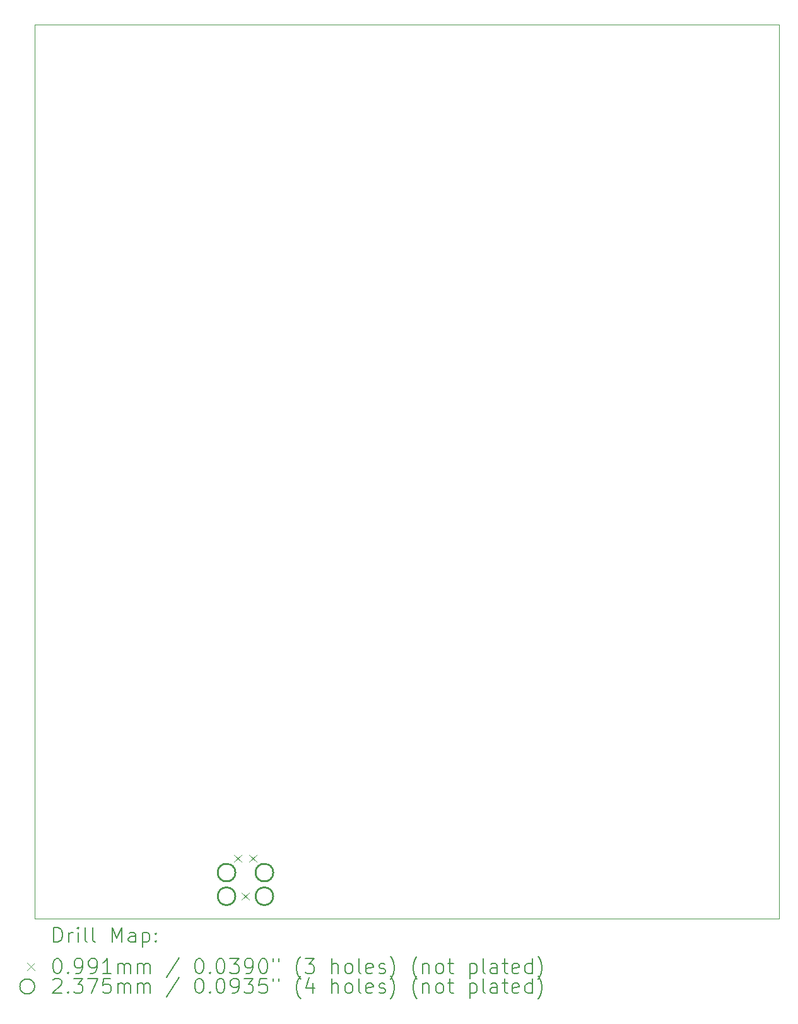
<source format=gbr>
%TF.GenerationSoftware,KiCad,Pcbnew,(6.0.7)*%
%TF.CreationDate,2022-09-29T18:44:13-03:00*%
%TF.ProjectId,uEFI_rev3,75454649-5f72-4657-9633-2e6b69636164,v3.0*%
%TF.SameCoordinates,Original*%
%TF.FileFunction,Drillmap*%
%TF.FilePolarity,Positive*%
%FSLAX45Y45*%
G04 Gerber Fmt 4.5, Leading zero omitted, Abs format (unit mm)*
G04 Created by KiCad (PCBNEW (6.0.7)) date 2022-09-29 18:44:13*
%MOMM*%
%LPD*%
G01*
G04 APERTURE LIST*
%ADD10C,0.050000*%
%ADD11C,0.200000*%
%ADD12C,0.099060*%
%ADD13C,0.237490*%
G04 APERTURE END LIST*
D10*
X5403400Y-4386419D02*
X15394120Y-4386419D01*
X15394120Y-4386419D02*
X15394120Y-16388080D01*
X15394120Y-16388080D02*
X5403400Y-16388080D01*
X5403400Y-16388080D02*
X5403400Y-4386419D01*
D11*
D12*
X8078870Y-15526470D02*
X8177930Y-15625530D01*
X8177930Y-15526470D02*
X8078870Y-15625530D01*
X8180470Y-16034470D02*
X8279530Y-16133530D01*
X8279530Y-16034470D02*
X8180470Y-16133530D01*
X8282070Y-15526470D02*
X8381130Y-15625530D01*
X8381130Y-15526470D02*
X8282070Y-15625530D01*
D13*
X8094745Y-15766500D02*
G75*
G03*
X8094745Y-15766500I-118745J0D01*
G01*
X8094745Y-16084000D02*
G75*
G03*
X8094745Y-16084000I-118745J0D01*
G01*
X8602745Y-15766500D02*
G75*
G03*
X8602745Y-15766500I-118745J0D01*
G01*
X8602745Y-16084000D02*
G75*
G03*
X8602745Y-16084000I-118745J0D01*
G01*
D11*
X5658519Y-16701056D02*
X5658519Y-16501056D01*
X5706138Y-16501056D01*
X5734709Y-16510580D01*
X5753757Y-16529628D01*
X5763281Y-16548675D01*
X5772804Y-16586770D01*
X5772804Y-16615342D01*
X5763281Y-16653437D01*
X5753757Y-16672485D01*
X5734709Y-16691532D01*
X5706138Y-16701056D01*
X5658519Y-16701056D01*
X5858519Y-16701056D02*
X5858519Y-16567723D01*
X5858519Y-16605818D02*
X5868043Y-16586770D01*
X5877566Y-16577247D01*
X5896614Y-16567723D01*
X5915662Y-16567723D01*
X5982328Y-16701056D02*
X5982328Y-16567723D01*
X5982328Y-16501056D02*
X5972804Y-16510580D01*
X5982328Y-16520104D01*
X5991852Y-16510580D01*
X5982328Y-16501056D01*
X5982328Y-16520104D01*
X6106138Y-16701056D02*
X6087090Y-16691532D01*
X6077566Y-16672485D01*
X6077566Y-16501056D01*
X6210900Y-16701056D02*
X6191852Y-16691532D01*
X6182328Y-16672485D01*
X6182328Y-16501056D01*
X6439471Y-16701056D02*
X6439471Y-16501056D01*
X6506138Y-16643913D01*
X6572804Y-16501056D01*
X6572804Y-16701056D01*
X6753757Y-16701056D02*
X6753757Y-16596294D01*
X6744233Y-16577247D01*
X6725185Y-16567723D01*
X6687090Y-16567723D01*
X6668043Y-16577247D01*
X6753757Y-16691532D02*
X6734709Y-16701056D01*
X6687090Y-16701056D01*
X6668043Y-16691532D01*
X6658519Y-16672485D01*
X6658519Y-16653437D01*
X6668043Y-16634389D01*
X6687090Y-16624866D01*
X6734709Y-16624866D01*
X6753757Y-16615342D01*
X6848995Y-16567723D02*
X6848995Y-16767723D01*
X6848995Y-16577247D02*
X6868043Y-16567723D01*
X6906138Y-16567723D01*
X6925185Y-16577247D01*
X6934709Y-16586770D01*
X6944233Y-16605818D01*
X6944233Y-16662961D01*
X6934709Y-16682008D01*
X6925185Y-16691532D01*
X6906138Y-16701056D01*
X6868043Y-16701056D01*
X6848995Y-16691532D01*
X7029947Y-16682008D02*
X7039471Y-16691532D01*
X7029947Y-16701056D01*
X7020424Y-16691532D01*
X7029947Y-16682008D01*
X7029947Y-16701056D01*
X7029947Y-16577247D02*
X7039471Y-16586770D01*
X7029947Y-16596294D01*
X7020424Y-16586770D01*
X7029947Y-16577247D01*
X7029947Y-16596294D01*
D12*
X5301840Y-16981050D02*
X5400900Y-17080110D01*
X5400900Y-16981050D02*
X5301840Y-17080110D01*
D11*
X5696614Y-16921056D02*
X5715662Y-16921056D01*
X5734709Y-16930580D01*
X5744233Y-16940104D01*
X5753757Y-16959151D01*
X5763281Y-16997247D01*
X5763281Y-17044866D01*
X5753757Y-17082961D01*
X5744233Y-17102009D01*
X5734709Y-17111532D01*
X5715662Y-17121056D01*
X5696614Y-17121056D01*
X5677566Y-17111532D01*
X5668043Y-17102009D01*
X5658519Y-17082961D01*
X5648995Y-17044866D01*
X5648995Y-16997247D01*
X5658519Y-16959151D01*
X5668043Y-16940104D01*
X5677566Y-16930580D01*
X5696614Y-16921056D01*
X5848995Y-17102009D02*
X5858519Y-17111532D01*
X5848995Y-17121056D01*
X5839471Y-17111532D01*
X5848995Y-17102009D01*
X5848995Y-17121056D01*
X5953757Y-17121056D02*
X5991852Y-17121056D01*
X6010900Y-17111532D01*
X6020424Y-17102009D01*
X6039471Y-17073437D01*
X6048995Y-17035342D01*
X6048995Y-16959151D01*
X6039471Y-16940104D01*
X6029947Y-16930580D01*
X6010900Y-16921056D01*
X5972804Y-16921056D01*
X5953757Y-16930580D01*
X5944233Y-16940104D01*
X5934709Y-16959151D01*
X5934709Y-17006770D01*
X5944233Y-17025818D01*
X5953757Y-17035342D01*
X5972804Y-17044866D01*
X6010900Y-17044866D01*
X6029947Y-17035342D01*
X6039471Y-17025818D01*
X6048995Y-17006770D01*
X6144233Y-17121056D02*
X6182328Y-17121056D01*
X6201376Y-17111532D01*
X6210900Y-17102009D01*
X6229947Y-17073437D01*
X6239471Y-17035342D01*
X6239471Y-16959151D01*
X6229947Y-16940104D01*
X6220424Y-16930580D01*
X6201376Y-16921056D01*
X6163281Y-16921056D01*
X6144233Y-16930580D01*
X6134709Y-16940104D01*
X6125185Y-16959151D01*
X6125185Y-17006770D01*
X6134709Y-17025818D01*
X6144233Y-17035342D01*
X6163281Y-17044866D01*
X6201376Y-17044866D01*
X6220424Y-17035342D01*
X6229947Y-17025818D01*
X6239471Y-17006770D01*
X6429947Y-17121056D02*
X6315662Y-17121056D01*
X6372804Y-17121056D02*
X6372804Y-16921056D01*
X6353757Y-16949628D01*
X6334709Y-16968675D01*
X6315662Y-16978199D01*
X6515662Y-17121056D02*
X6515662Y-16987723D01*
X6515662Y-17006770D02*
X6525185Y-16997247D01*
X6544233Y-16987723D01*
X6572804Y-16987723D01*
X6591852Y-16997247D01*
X6601376Y-17016294D01*
X6601376Y-17121056D01*
X6601376Y-17016294D02*
X6610900Y-16997247D01*
X6629947Y-16987723D01*
X6658519Y-16987723D01*
X6677566Y-16997247D01*
X6687090Y-17016294D01*
X6687090Y-17121056D01*
X6782328Y-17121056D02*
X6782328Y-16987723D01*
X6782328Y-17006770D02*
X6791852Y-16997247D01*
X6810900Y-16987723D01*
X6839471Y-16987723D01*
X6858519Y-16997247D01*
X6868043Y-17016294D01*
X6868043Y-17121056D01*
X6868043Y-17016294D02*
X6877566Y-16997247D01*
X6896614Y-16987723D01*
X6925185Y-16987723D01*
X6944233Y-16997247D01*
X6953757Y-17016294D01*
X6953757Y-17121056D01*
X7344233Y-16911532D02*
X7172804Y-17168675D01*
X7601376Y-16921056D02*
X7620424Y-16921056D01*
X7639471Y-16930580D01*
X7648995Y-16940104D01*
X7658519Y-16959151D01*
X7668043Y-16997247D01*
X7668043Y-17044866D01*
X7658519Y-17082961D01*
X7648995Y-17102009D01*
X7639471Y-17111532D01*
X7620424Y-17121056D01*
X7601376Y-17121056D01*
X7582328Y-17111532D01*
X7572804Y-17102009D01*
X7563281Y-17082961D01*
X7553757Y-17044866D01*
X7553757Y-16997247D01*
X7563281Y-16959151D01*
X7572804Y-16940104D01*
X7582328Y-16930580D01*
X7601376Y-16921056D01*
X7753757Y-17102009D02*
X7763281Y-17111532D01*
X7753757Y-17121056D01*
X7744233Y-17111532D01*
X7753757Y-17102009D01*
X7753757Y-17121056D01*
X7887090Y-16921056D02*
X7906138Y-16921056D01*
X7925185Y-16930580D01*
X7934709Y-16940104D01*
X7944233Y-16959151D01*
X7953757Y-16997247D01*
X7953757Y-17044866D01*
X7944233Y-17082961D01*
X7934709Y-17102009D01*
X7925185Y-17111532D01*
X7906138Y-17121056D01*
X7887090Y-17121056D01*
X7868043Y-17111532D01*
X7858519Y-17102009D01*
X7848995Y-17082961D01*
X7839471Y-17044866D01*
X7839471Y-16997247D01*
X7848995Y-16959151D01*
X7858519Y-16940104D01*
X7868043Y-16930580D01*
X7887090Y-16921056D01*
X8020424Y-16921056D02*
X8144233Y-16921056D01*
X8077566Y-16997247D01*
X8106138Y-16997247D01*
X8125185Y-17006770D01*
X8134709Y-17016294D01*
X8144233Y-17035342D01*
X8144233Y-17082961D01*
X8134709Y-17102009D01*
X8125185Y-17111532D01*
X8106138Y-17121056D01*
X8048995Y-17121056D01*
X8029947Y-17111532D01*
X8020424Y-17102009D01*
X8239471Y-17121056D02*
X8277566Y-17121056D01*
X8296614Y-17111532D01*
X8306138Y-17102009D01*
X8325185Y-17073437D01*
X8334709Y-17035342D01*
X8334709Y-16959151D01*
X8325185Y-16940104D01*
X8315662Y-16930580D01*
X8296614Y-16921056D01*
X8258519Y-16921056D01*
X8239471Y-16930580D01*
X8229947Y-16940104D01*
X8220424Y-16959151D01*
X8220424Y-17006770D01*
X8229947Y-17025818D01*
X8239471Y-17035342D01*
X8258519Y-17044866D01*
X8296614Y-17044866D01*
X8315662Y-17035342D01*
X8325185Y-17025818D01*
X8334709Y-17006770D01*
X8458519Y-16921056D02*
X8477566Y-16921056D01*
X8496614Y-16930580D01*
X8506138Y-16940104D01*
X8515662Y-16959151D01*
X8525186Y-16997247D01*
X8525186Y-17044866D01*
X8515662Y-17082961D01*
X8506138Y-17102009D01*
X8496614Y-17111532D01*
X8477566Y-17121056D01*
X8458519Y-17121056D01*
X8439471Y-17111532D01*
X8429947Y-17102009D01*
X8420424Y-17082961D01*
X8410900Y-17044866D01*
X8410900Y-16997247D01*
X8420424Y-16959151D01*
X8429947Y-16940104D01*
X8439471Y-16930580D01*
X8458519Y-16921056D01*
X8601376Y-16921056D02*
X8601376Y-16959151D01*
X8677566Y-16921056D02*
X8677566Y-16959151D01*
X8972805Y-17197247D02*
X8963281Y-17187723D01*
X8944233Y-17159151D01*
X8934709Y-17140104D01*
X8925186Y-17111532D01*
X8915662Y-17063913D01*
X8915662Y-17025818D01*
X8925186Y-16978199D01*
X8934709Y-16949628D01*
X8944233Y-16930580D01*
X8963281Y-16902009D01*
X8972805Y-16892485D01*
X9029947Y-16921056D02*
X9153757Y-16921056D01*
X9087090Y-16997247D01*
X9115662Y-16997247D01*
X9134709Y-17006770D01*
X9144233Y-17016294D01*
X9153757Y-17035342D01*
X9153757Y-17082961D01*
X9144233Y-17102009D01*
X9134709Y-17111532D01*
X9115662Y-17121056D01*
X9058519Y-17121056D01*
X9039471Y-17111532D01*
X9029947Y-17102009D01*
X9391852Y-17121056D02*
X9391852Y-16921056D01*
X9477566Y-17121056D02*
X9477566Y-17016294D01*
X9468043Y-16997247D01*
X9448995Y-16987723D01*
X9420424Y-16987723D01*
X9401376Y-16997247D01*
X9391852Y-17006770D01*
X9601376Y-17121056D02*
X9582328Y-17111532D01*
X9572805Y-17102009D01*
X9563281Y-17082961D01*
X9563281Y-17025818D01*
X9572805Y-17006770D01*
X9582328Y-16997247D01*
X9601376Y-16987723D01*
X9629947Y-16987723D01*
X9648995Y-16997247D01*
X9658519Y-17006770D01*
X9668043Y-17025818D01*
X9668043Y-17082961D01*
X9658519Y-17102009D01*
X9648995Y-17111532D01*
X9629947Y-17121056D01*
X9601376Y-17121056D01*
X9782328Y-17121056D02*
X9763281Y-17111532D01*
X9753757Y-17092485D01*
X9753757Y-16921056D01*
X9934709Y-17111532D02*
X9915662Y-17121056D01*
X9877566Y-17121056D01*
X9858519Y-17111532D01*
X9848995Y-17092485D01*
X9848995Y-17016294D01*
X9858519Y-16997247D01*
X9877566Y-16987723D01*
X9915662Y-16987723D01*
X9934709Y-16997247D01*
X9944233Y-17016294D01*
X9944233Y-17035342D01*
X9848995Y-17054390D01*
X10020424Y-17111532D02*
X10039471Y-17121056D01*
X10077566Y-17121056D01*
X10096614Y-17111532D01*
X10106138Y-17092485D01*
X10106138Y-17082961D01*
X10096614Y-17063913D01*
X10077566Y-17054390D01*
X10048995Y-17054390D01*
X10029947Y-17044866D01*
X10020424Y-17025818D01*
X10020424Y-17016294D01*
X10029947Y-16997247D01*
X10048995Y-16987723D01*
X10077566Y-16987723D01*
X10096614Y-16997247D01*
X10172805Y-17197247D02*
X10182328Y-17187723D01*
X10201376Y-17159151D01*
X10210900Y-17140104D01*
X10220424Y-17111532D01*
X10229947Y-17063913D01*
X10229947Y-17025818D01*
X10220424Y-16978199D01*
X10210900Y-16949628D01*
X10201376Y-16930580D01*
X10182328Y-16902009D01*
X10172805Y-16892485D01*
X10534709Y-17197247D02*
X10525186Y-17187723D01*
X10506138Y-17159151D01*
X10496614Y-17140104D01*
X10487090Y-17111532D01*
X10477566Y-17063913D01*
X10477566Y-17025818D01*
X10487090Y-16978199D01*
X10496614Y-16949628D01*
X10506138Y-16930580D01*
X10525186Y-16902009D01*
X10534709Y-16892485D01*
X10610900Y-16987723D02*
X10610900Y-17121056D01*
X10610900Y-17006770D02*
X10620424Y-16997247D01*
X10639471Y-16987723D01*
X10668043Y-16987723D01*
X10687090Y-16997247D01*
X10696614Y-17016294D01*
X10696614Y-17121056D01*
X10820424Y-17121056D02*
X10801376Y-17111532D01*
X10791852Y-17102009D01*
X10782328Y-17082961D01*
X10782328Y-17025818D01*
X10791852Y-17006770D01*
X10801376Y-16997247D01*
X10820424Y-16987723D01*
X10848995Y-16987723D01*
X10868043Y-16997247D01*
X10877566Y-17006770D01*
X10887090Y-17025818D01*
X10887090Y-17082961D01*
X10877566Y-17102009D01*
X10868043Y-17111532D01*
X10848995Y-17121056D01*
X10820424Y-17121056D01*
X10944233Y-16987723D02*
X11020424Y-16987723D01*
X10972805Y-16921056D02*
X10972805Y-17092485D01*
X10982328Y-17111532D01*
X11001376Y-17121056D01*
X11020424Y-17121056D01*
X11239471Y-16987723D02*
X11239471Y-17187723D01*
X11239471Y-16997247D02*
X11258519Y-16987723D01*
X11296614Y-16987723D01*
X11315662Y-16997247D01*
X11325185Y-17006770D01*
X11334709Y-17025818D01*
X11334709Y-17082961D01*
X11325185Y-17102009D01*
X11315662Y-17111532D01*
X11296614Y-17121056D01*
X11258519Y-17121056D01*
X11239471Y-17111532D01*
X11448995Y-17121056D02*
X11429947Y-17111532D01*
X11420424Y-17092485D01*
X11420424Y-16921056D01*
X11610900Y-17121056D02*
X11610900Y-17016294D01*
X11601376Y-16997247D01*
X11582328Y-16987723D01*
X11544233Y-16987723D01*
X11525185Y-16997247D01*
X11610900Y-17111532D02*
X11591852Y-17121056D01*
X11544233Y-17121056D01*
X11525185Y-17111532D01*
X11515662Y-17092485D01*
X11515662Y-17073437D01*
X11525185Y-17054390D01*
X11544233Y-17044866D01*
X11591852Y-17044866D01*
X11610900Y-17035342D01*
X11677566Y-16987723D02*
X11753757Y-16987723D01*
X11706138Y-16921056D02*
X11706138Y-17092485D01*
X11715662Y-17111532D01*
X11734709Y-17121056D01*
X11753757Y-17121056D01*
X11896614Y-17111532D02*
X11877566Y-17121056D01*
X11839471Y-17121056D01*
X11820424Y-17111532D01*
X11810900Y-17092485D01*
X11810900Y-17016294D01*
X11820424Y-16997247D01*
X11839471Y-16987723D01*
X11877566Y-16987723D01*
X11896614Y-16997247D01*
X11906138Y-17016294D01*
X11906138Y-17035342D01*
X11810900Y-17054390D01*
X12077566Y-17121056D02*
X12077566Y-16921056D01*
X12077566Y-17111532D02*
X12058519Y-17121056D01*
X12020424Y-17121056D01*
X12001376Y-17111532D01*
X11991852Y-17102009D01*
X11982328Y-17082961D01*
X11982328Y-17025818D01*
X11991852Y-17006770D01*
X12001376Y-16997247D01*
X12020424Y-16987723D01*
X12058519Y-16987723D01*
X12077566Y-16997247D01*
X12153757Y-17197247D02*
X12163281Y-17187723D01*
X12182328Y-17159151D01*
X12191852Y-17140104D01*
X12201376Y-17111532D01*
X12210900Y-17063913D01*
X12210900Y-17025818D01*
X12201376Y-16978199D01*
X12191852Y-16949628D01*
X12182328Y-16930580D01*
X12163281Y-16902009D01*
X12153757Y-16892485D01*
X5400900Y-17294580D02*
G75*
G03*
X5400900Y-17294580I-100000J0D01*
G01*
X5648995Y-17204104D02*
X5658519Y-17194580D01*
X5677566Y-17185056D01*
X5725185Y-17185056D01*
X5744233Y-17194580D01*
X5753757Y-17204104D01*
X5763281Y-17223151D01*
X5763281Y-17242199D01*
X5753757Y-17270770D01*
X5639471Y-17385056D01*
X5763281Y-17385056D01*
X5848995Y-17366009D02*
X5858519Y-17375532D01*
X5848995Y-17385056D01*
X5839471Y-17375532D01*
X5848995Y-17366009D01*
X5848995Y-17385056D01*
X5925185Y-17185056D02*
X6048995Y-17185056D01*
X5982328Y-17261247D01*
X6010900Y-17261247D01*
X6029947Y-17270770D01*
X6039471Y-17280294D01*
X6048995Y-17299342D01*
X6048995Y-17346961D01*
X6039471Y-17366009D01*
X6029947Y-17375532D01*
X6010900Y-17385056D01*
X5953757Y-17385056D01*
X5934709Y-17375532D01*
X5925185Y-17366009D01*
X6115662Y-17185056D02*
X6248995Y-17185056D01*
X6163281Y-17385056D01*
X6420424Y-17185056D02*
X6325185Y-17185056D01*
X6315662Y-17280294D01*
X6325185Y-17270770D01*
X6344233Y-17261247D01*
X6391852Y-17261247D01*
X6410900Y-17270770D01*
X6420424Y-17280294D01*
X6429947Y-17299342D01*
X6429947Y-17346961D01*
X6420424Y-17366009D01*
X6410900Y-17375532D01*
X6391852Y-17385056D01*
X6344233Y-17385056D01*
X6325185Y-17375532D01*
X6315662Y-17366009D01*
X6515662Y-17385056D02*
X6515662Y-17251723D01*
X6515662Y-17270770D02*
X6525185Y-17261247D01*
X6544233Y-17251723D01*
X6572804Y-17251723D01*
X6591852Y-17261247D01*
X6601376Y-17280294D01*
X6601376Y-17385056D01*
X6601376Y-17280294D02*
X6610900Y-17261247D01*
X6629947Y-17251723D01*
X6658519Y-17251723D01*
X6677566Y-17261247D01*
X6687090Y-17280294D01*
X6687090Y-17385056D01*
X6782328Y-17385056D02*
X6782328Y-17251723D01*
X6782328Y-17270770D02*
X6791852Y-17261247D01*
X6810900Y-17251723D01*
X6839471Y-17251723D01*
X6858519Y-17261247D01*
X6868043Y-17280294D01*
X6868043Y-17385056D01*
X6868043Y-17280294D02*
X6877566Y-17261247D01*
X6896614Y-17251723D01*
X6925185Y-17251723D01*
X6944233Y-17261247D01*
X6953757Y-17280294D01*
X6953757Y-17385056D01*
X7344233Y-17175532D02*
X7172804Y-17432675D01*
X7601376Y-17185056D02*
X7620424Y-17185056D01*
X7639471Y-17194580D01*
X7648995Y-17204104D01*
X7658519Y-17223151D01*
X7668043Y-17261247D01*
X7668043Y-17308866D01*
X7658519Y-17346961D01*
X7648995Y-17366009D01*
X7639471Y-17375532D01*
X7620424Y-17385056D01*
X7601376Y-17385056D01*
X7582328Y-17375532D01*
X7572804Y-17366009D01*
X7563281Y-17346961D01*
X7553757Y-17308866D01*
X7553757Y-17261247D01*
X7563281Y-17223151D01*
X7572804Y-17204104D01*
X7582328Y-17194580D01*
X7601376Y-17185056D01*
X7753757Y-17366009D02*
X7763281Y-17375532D01*
X7753757Y-17385056D01*
X7744233Y-17375532D01*
X7753757Y-17366009D01*
X7753757Y-17385056D01*
X7887090Y-17185056D02*
X7906138Y-17185056D01*
X7925185Y-17194580D01*
X7934709Y-17204104D01*
X7944233Y-17223151D01*
X7953757Y-17261247D01*
X7953757Y-17308866D01*
X7944233Y-17346961D01*
X7934709Y-17366009D01*
X7925185Y-17375532D01*
X7906138Y-17385056D01*
X7887090Y-17385056D01*
X7868043Y-17375532D01*
X7858519Y-17366009D01*
X7848995Y-17346961D01*
X7839471Y-17308866D01*
X7839471Y-17261247D01*
X7848995Y-17223151D01*
X7858519Y-17204104D01*
X7868043Y-17194580D01*
X7887090Y-17185056D01*
X8048995Y-17385056D02*
X8087090Y-17385056D01*
X8106138Y-17375532D01*
X8115662Y-17366009D01*
X8134709Y-17337437D01*
X8144233Y-17299342D01*
X8144233Y-17223151D01*
X8134709Y-17204104D01*
X8125185Y-17194580D01*
X8106138Y-17185056D01*
X8068043Y-17185056D01*
X8048995Y-17194580D01*
X8039471Y-17204104D01*
X8029947Y-17223151D01*
X8029947Y-17270770D01*
X8039471Y-17289818D01*
X8048995Y-17299342D01*
X8068043Y-17308866D01*
X8106138Y-17308866D01*
X8125185Y-17299342D01*
X8134709Y-17289818D01*
X8144233Y-17270770D01*
X8210900Y-17185056D02*
X8334709Y-17185056D01*
X8268043Y-17261247D01*
X8296614Y-17261247D01*
X8315662Y-17270770D01*
X8325185Y-17280294D01*
X8334709Y-17299342D01*
X8334709Y-17346961D01*
X8325185Y-17366009D01*
X8315662Y-17375532D01*
X8296614Y-17385056D01*
X8239471Y-17385056D01*
X8220424Y-17375532D01*
X8210900Y-17366009D01*
X8515662Y-17185056D02*
X8420424Y-17185056D01*
X8410900Y-17280294D01*
X8420424Y-17270770D01*
X8439471Y-17261247D01*
X8487090Y-17261247D01*
X8506138Y-17270770D01*
X8515662Y-17280294D01*
X8525186Y-17299342D01*
X8525186Y-17346961D01*
X8515662Y-17366009D01*
X8506138Y-17375532D01*
X8487090Y-17385056D01*
X8439471Y-17385056D01*
X8420424Y-17375532D01*
X8410900Y-17366009D01*
X8601376Y-17185056D02*
X8601376Y-17223151D01*
X8677566Y-17185056D02*
X8677566Y-17223151D01*
X8972805Y-17461247D02*
X8963281Y-17451723D01*
X8944233Y-17423151D01*
X8934709Y-17404104D01*
X8925186Y-17375532D01*
X8915662Y-17327913D01*
X8915662Y-17289818D01*
X8925186Y-17242199D01*
X8934709Y-17213628D01*
X8944233Y-17194580D01*
X8963281Y-17166009D01*
X8972805Y-17156485D01*
X9134709Y-17251723D02*
X9134709Y-17385056D01*
X9087090Y-17175532D02*
X9039471Y-17318390D01*
X9163281Y-17318390D01*
X9391852Y-17385056D02*
X9391852Y-17185056D01*
X9477566Y-17385056D02*
X9477566Y-17280294D01*
X9468043Y-17261247D01*
X9448995Y-17251723D01*
X9420424Y-17251723D01*
X9401376Y-17261247D01*
X9391852Y-17270770D01*
X9601376Y-17385056D02*
X9582328Y-17375532D01*
X9572805Y-17366009D01*
X9563281Y-17346961D01*
X9563281Y-17289818D01*
X9572805Y-17270770D01*
X9582328Y-17261247D01*
X9601376Y-17251723D01*
X9629947Y-17251723D01*
X9648995Y-17261247D01*
X9658519Y-17270770D01*
X9668043Y-17289818D01*
X9668043Y-17346961D01*
X9658519Y-17366009D01*
X9648995Y-17375532D01*
X9629947Y-17385056D01*
X9601376Y-17385056D01*
X9782328Y-17385056D02*
X9763281Y-17375532D01*
X9753757Y-17356485D01*
X9753757Y-17185056D01*
X9934709Y-17375532D02*
X9915662Y-17385056D01*
X9877566Y-17385056D01*
X9858519Y-17375532D01*
X9848995Y-17356485D01*
X9848995Y-17280294D01*
X9858519Y-17261247D01*
X9877566Y-17251723D01*
X9915662Y-17251723D01*
X9934709Y-17261247D01*
X9944233Y-17280294D01*
X9944233Y-17299342D01*
X9848995Y-17318390D01*
X10020424Y-17375532D02*
X10039471Y-17385056D01*
X10077566Y-17385056D01*
X10096614Y-17375532D01*
X10106138Y-17356485D01*
X10106138Y-17346961D01*
X10096614Y-17327913D01*
X10077566Y-17318390D01*
X10048995Y-17318390D01*
X10029947Y-17308866D01*
X10020424Y-17289818D01*
X10020424Y-17280294D01*
X10029947Y-17261247D01*
X10048995Y-17251723D01*
X10077566Y-17251723D01*
X10096614Y-17261247D01*
X10172805Y-17461247D02*
X10182328Y-17451723D01*
X10201376Y-17423151D01*
X10210900Y-17404104D01*
X10220424Y-17375532D01*
X10229947Y-17327913D01*
X10229947Y-17289818D01*
X10220424Y-17242199D01*
X10210900Y-17213628D01*
X10201376Y-17194580D01*
X10182328Y-17166009D01*
X10172805Y-17156485D01*
X10534709Y-17461247D02*
X10525186Y-17451723D01*
X10506138Y-17423151D01*
X10496614Y-17404104D01*
X10487090Y-17375532D01*
X10477566Y-17327913D01*
X10477566Y-17289818D01*
X10487090Y-17242199D01*
X10496614Y-17213628D01*
X10506138Y-17194580D01*
X10525186Y-17166009D01*
X10534709Y-17156485D01*
X10610900Y-17251723D02*
X10610900Y-17385056D01*
X10610900Y-17270770D02*
X10620424Y-17261247D01*
X10639471Y-17251723D01*
X10668043Y-17251723D01*
X10687090Y-17261247D01*
X10696614Y-17280294D01*
X10696614Y-17385056D01*
X10820424Y-17385056D02*
X10801376Y-17375532D01*
X10791852Y-17366009D01*
X10782328Y-17346961D01*
X10782328Y-17289818D01*
X10791852Y-17270770D01*
X10801376Y-17261247D01*
X10820424Y-17251723D01*
X10848995Y-17251723D01*
X10868043Y-17261247D01*
X10877566Y-17270770D01*
X10887090Y-17289818D01*
X10887090Y-17346961D01*
X10877566Y-17366009D01*
X10868043Y-17375532D01*
X10848995Y-17385056D01*
X10820424Y-17385056D01*
X10944233Y-17251723D02*
X11020424Y-17251723D01*
X10972805Y-17185056D02*
X10972805Y-17356485D01*
X10982328Y-17375532D01*
X11001376Y-17385056D01*
X11020424Y-17385056D01*
X11239471Y-17251723D02*
X11239471Y-17451723D01*
X11239471Y-17261247D02*
X11258519Y-17251723D01*
X11296614Y-17251723D01*
X11315662Y-17261247D01*
X11325185Y-17270770D01*
X11334709Y-17289818D01*
X11334709Y-17346961D01*
X11325185Y-17366009D01*
X11315662Y-17375532D01*
X11296614Y-17385056D01*
X11258519Y-17385056D01*
X11239471Y-17375532D01*
X11448995Y-17385056D02*
X11429947Y-17375532D01*
X11420424Y-17356485D01*
X11420424Y-17185056D01*
X11610900Y-17385056D02*
X11610900Y-17280294D01*
X11601376Y-17261247D01*
X11582328Y-17251723D01*
X11544233Y-17251723D01*
X11525185Y-17261247D01*
X11610900Y-17375532D02*
X11591852Y-17385056D01*
X11544233Y-17385056D01*
X11525185Y-17375532D01*
X11515662Y-17356485D01*
X11515662Y-17337437D01*
X11525185Y-17318390D01*
X11544233Y-17308866D01*
X11591852Y-17308866D01*
X11610900Y-17299342D01*
X11677566Y-17251723D02*
X11753757Y-17251723D01*
X11706138Y-17185056D02*
X11706138Y-17356485D01*
X11715662Y-17375532D01*
X11734709Y-17385056D01*
X11753757Y-17385056D01*
X11896614Y-17375532D02*
X11877566Y-17385056D01*
X11839471Y-17385056D01*
X11820424Y-17375532D01*
X11810900Y-17356485D01*
X11810900Y-17280294D01*
X11820424Y-17261247D01*
X11839471Y-17251723D01*
X11877566Y-17251723D01*
X11896614Y-17261247D01*
X11906138Y-17280294D01*
X11906138Y-17299342D01*
X11810900Y-17318390D01*
X12077566Y-17385056D02*
X12077566Y-17185056D01*
X12077566Y-17375532D02*
X12058519Y-17385056D01*
X12020424Y-17385056D01*
X12001376Y-17375532D01*
X11991852Y-17366009D01*
X11982328Y-17346961D01*
X11982328Y-17289818D01*
X11991852Y-17270770D01*
X12001376Y-17261247D01*
X12020424Y-17251723D01*
X12058519Y-17251723D01*
X12077566Y-17261247D01*
X12153757Y-17461247D02*
X12163281Y-17451723D01*
X12182328Y-17423151D01*
X12191852Y-17404104D01*
X12201376Y-17375532D01*
X12210900Y-17327913D01*
X12210900Y-17289818D01*
X12201376Y-17242199D01*
X12191852Y-17213628D01*
X12182328Y-17194580D01*
X12163281Y-17166009D01*
X12153757Y-17156485D01*
M02*

</source>
